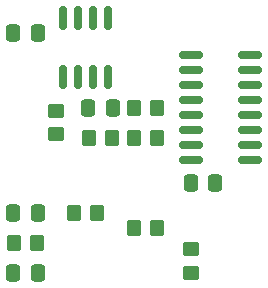
<source format=gbr>
%TF.GenerationSoftware,KiCad,Pcbnew,(6.0.6)*%
%TF.CreationDate,2022-08-05T15:31:58+01:00*%
%TF.ProjectId,c64 tape interface,63363420-7461-4706-9520-696e74657266,rev?*%
%TF.SameCoordinates,Original*%
%TF.FileFunction,Paste,Bot*%
%TF.FilePolarity,Positive*%
%FSLAX46Y46*%
G04 Gerber Fmt 4.6, Leading zero omitted, Abs format (unit mm)*
G04 Created by KiCad (PCBNEW (6.0.6)) date 2022-08-05 15:31:58*
%MOMM*%
%LPD*%
G01*
G04 APERTURE LIST*
G04 Aperture macros list*
%AMRoundRect*
0 Rectangle with rounded corners*
0 $1 Rounding radius*
0 $2 $3 $4 $5 $6 $7 $8 $9 X,Y pos of 4 corners*
0 Add a 4 corners polygon primitive as box body*
4,1,4,$2,$3,$4,$5,$6,$7,$8,$9,$2,$3,0*
0 Add four circle primitives for the rounded corners*
1,1,$1+$1,$2,$3*
1,1,$1+$1,$4,$5*
1,1,$1+$1,$6,$7*
1,1,$1+$1,$8,$9*
0 Add four rect primitives between the rounded corners*
20,1,$1+$1,$2,$3,$4,$5,0*
20,1,$1+$1,$4,$5,$6,$7,0*
20,1,$1+$1,$6,$7,$8,$9,0*
20,1,$1+$1,$8,$9,$2,$3,0*%
G04 Aperture macros list end*
%ADD10RoundRect,0.250000X0.350000X0.450000X-0.350000X0.450000X-0.350000X-0.450000X0.350000X-0.450000X0*%
%ADD11RoundRect,0.250000X0.337500X0.475000X-0.337500X0.475000X-0.337500X-0.475000X0.337500X-0.475000X0*%
%ADD12RoundRect,0.250000X-0.450000X0.350000X-0.450000X-0.350000X0.450000X-0.350000X0.450000X0.350000X0*%
%ADD13RoundRect,0.150000X0.150000X-0.825000X0.150000X0.825000X-0.150000X0.825000X-0.150000X-0.825000X0*%
%ADD14RoundRect,0.250000X0.450000X-0.350000X0.450000X0.350000X-0.450000X0.350000X-0.450000X-0.350000X0*%
%ADD15RoundRect,0.250000X-0.350000X-0.450000X0.350000X-0.450000X0.350000X0.450000X-0.350000X0.450000X0*%
%ADD16RoundRect,0.150000X-0.825000X-0.150000X0.825000X-0.150000X0.825000X0.150000X-0.825000X0.150000X0*%
%ADD17RoundRect,0.250000X-0.337500X-0.475000X0.337500X-0.475000X0.337500X0.475000X-0.337500X0.475000X0*%
G04 APERTURE END LIST*
D10*
%TO.C,R6*%
X125460000Y-62230000D03*
X123460000Y-62230000D03*
%TD*%
D11*
%TO.C,C5*%
X121687500Y-52070000D03*
X119612500Y-52070000D03*
%TD*%
D12*
%TO.C,R7*%
X128270000Y-64040000D03*
X128270000Y-66040000D03*
%TD*%
D13*
%TO.C,U2*%
X121285000Y-49465000D03*
X120015000Y-49465000D03*
X118745000Y-49465000D03*
X117475000Y-49465000D03*
X117475000Y-44515000D03*
X118745000Y-44515000D03*
X120015000Y-44515000D03*
X121285000Y-44515000D03*
%TD*%
D11*
%TO.C,C3*%
X130345000Y-58420000D03*
X128270000Y-58420000D03*
%TD*%
D14*
%TO.C,R2*%
X116840000Y-54340000D03*
X116840000Y-52340000D03*
%TD*%
D15*
%TO.C,R8*%
X118380000Y-60960000D03*
X120380000Y-60960000D03*
%TD*%
D11*
%TO.C,C2*%
X115337500Y-45720000D03*
X113262500Y-45720000D03*
%TD*%
D15*
%TO.C,R3*%
X119650000Y-54610000D03*
X121650000Y-54610000D03*
%TD*%
D16*
%TO.C,U1*%
X128335000Y-56515000D03*
X128335000Y-55245000D03*
X128335000Y-53975000D03*
X128335000Y-52705000D03*
X128335000Y-51435000D03*
X128335000Y-50165000D03*
X128335000Y-48895000D03*
X128335000Y-47625000D03*
X133285000Y-47625000D03*
X133285000Y-48895000D03*
X133285000Y-50165000D03*
X133285000Y-51435000D03*
X133285000Y-52705000D03*
X133285000Y-53975000D03*
X133285000Y-55245000D03*
X133285000Y-56515000D03*
%TD*%
D15*
%TO.C,R4*%
X123460000Y-54610000D03*
X125460000Y-54610000D03*
%TD*%
D11*
%TO.C,C1*%
X115337500Y-66040000D03*
X113262500Y-66040000D03*
%TD*%
D15*
%TO.C,R1*%
X113300000Y-63500000D03*
X115300000Y-63500000D03*
%TD*%
%TO.C,R5*%
X123460000Y-52070000D03*
X125460000Y-52070000D03*
%TD*%
D17*
%TO.C,C4*%
X113262500Y-60960000D03*
X115337500Y-60960000D03*
%TD*%
M02*

</source>
